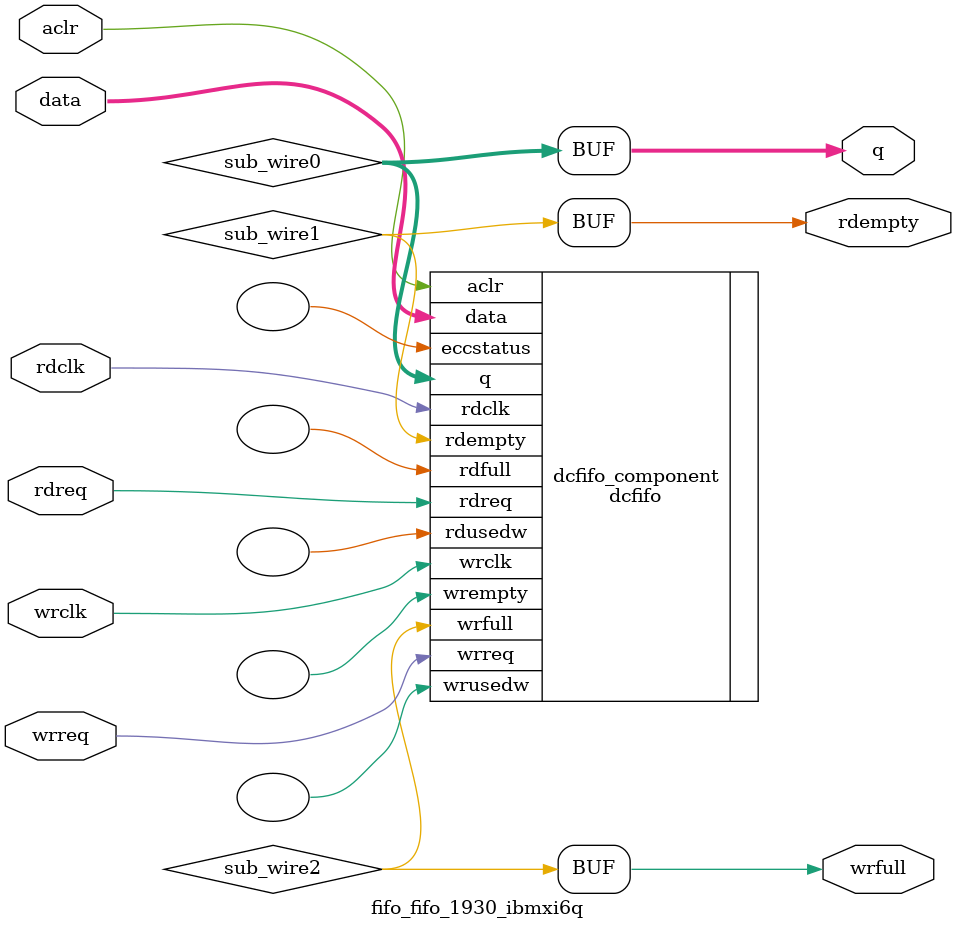
<source format=v>



`timescale 1 ps / 1 ps
// synopsys translate_on
module  fifo_fifo_1930_ibmxi6q  (
    aclr,
    data,
    rdclk,
    rdreq,
    wrclk,
    wrreq,
    q,
    rdempty,
    wrfull);

    input    aclr;
    input  [63:0]  data;
    input    rdclk;
    input    rdreq;
    input    wrclk;
    input    wrreq;
    output [63:0]  q;
    output   rdempty;
    output   wrfull;
`ifndef ALTERA_RESERVED_QIS
// synopsys translate_off
`endif
    tri0     aclr;
`ifndef ALTERA_RESERVED_QIS
// synopsys translate_on
`endif

    wire [63:0] sub_wire0;
    wire  sub_wire1;
    wire  sub_wire2;
    wire [63:0] q = sub_wire0[63:0];
    wire  rdempty = sub_wire1;
    wire  wrfull = sub_wire2;

    dcfifo  dcfifo_component (
                .aclr (aclr),
                .data (data),
                .rdclk (rdclk),
                .rdreq (rdreq),
                .wrclk (wrclk),
                .wrreq (wrreq),
                .q (sub_wire0),
                .rdempty (sub_wire1),
                .wrfull (sub_wire2),
                .eccstatus (),
                .rdfull (),
                .rdusedw (),
                .wrempty (),
                .wrusedw ());
    defparam
        dcfifo_component.enable_ecc  = "FALSE",
        dcfifo_component.intended_device_family  = "Agilex 7",
        dcfifo_component.lpm_hint  = "DISABLE_DCFIFO_EMBEDDED_TIMING_CONSTRAINT=TRUE",
        dcfifo_component.lpm_numwords  = 256,
        dcfifo_component.lpm_showahead  = "OFF",
        dcfifo_component.lpm_type  = "dcfifo",
        dcfifo_component.lpm_width  = 64,
        dcfifo_component.lpm_widthu  = 8,
        dcfifo_component.overflow_checking  = "ON",
        dcfifo_component.rdsync_delaypipe  = 4,
        dcfifo_component.read_aclr_synch  = "ON",
        dcfifo_component.underflow_checking  = "ON",
        dcfifo_component.use_eab  = "ON",
        dcfifo_component.write_aclr_synch  = "ON",
        dcfifo_component.wrsync_delaypipe  = 4;


endmodule



</source>
